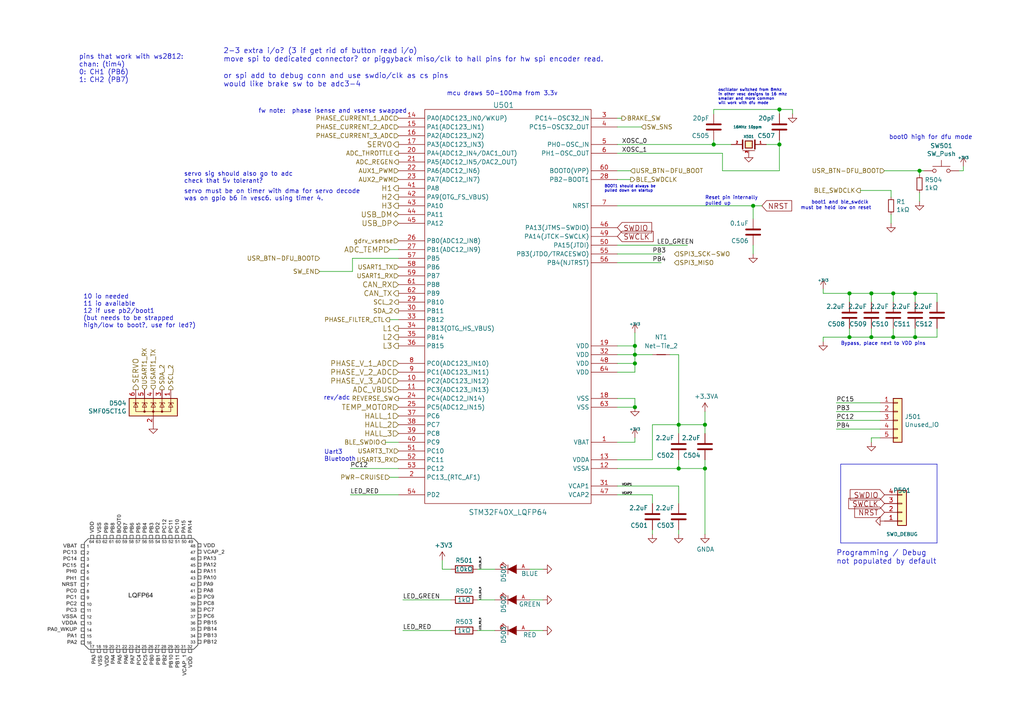
<source format=kicad_sch>
(kicad_sch (version 20210621) (generator eeschema)
  (paper "A4")
  (title_block (title "Moxie-Drive 24, VESC compatable motor controller") (date "2020-07-01") (rev "1.0") (company "Marshall Scholz"))
  (lib_symbols
    (symbol "24_control_board-rescue:+3.3V-power-MoxiE_Control_board-rescue" (power) (pin_names (offset 0))
      (property "Value" "+3.3V-power-MoxiE_Control_board-rescue" (at 0 3.556 0))
      (symbol "+3.3V-power-MoxiE_Control_board-rescue_0_1"
        (polyline (pts (xy -0.762 1.27) (xy 0 2.54)))
        (polyline (pts (xy 0 0) (xy 0 2.54)))
        (polyline (pts (xy 0 2.54) (xy 0.762 1.27)))
      )
      (symbol "+3.3V-power-MoxiE_Control_board-rescue_1_1"
        (pin power_in line (at 0 0 90) (length 0) hide (name "+3V3") (number "1"))
      )
    )
    (symbol "24_control_board-rescue:C-Device-MoxiE_Control_board-rescue" (pin_numbers hide) (pin_names (offset 0.254))
      (property "Reference" "C" (at 0.635 2.54 0))
      (property "Value" "C-Device-MoxiE_Control_board-rescue" (at 0.635 -2.54 0))
      (symbol "C-Device-MoxiE_Control_board-rescue_0_1"
        (polyline (pts (xy -2.032 -0.762) (xy 2.032 -0.762)) (stroke (width 0.508)))
        (polyline (pts (xy -2.032 0.762) (xy 2.032 0.762)) (stroke (width 0.508)))
      )
      (symbol "C-Device-MoxiE_Control_board-rescue_1_1"
        (pin passive line (at 0 3.81 270) (length 2.794) (name "~") (number "1"))
        (pin passive line (at 0 -3.81 90) (length 2.794) (name "~") (number "2"))
      )
    )
    (symbol "24_control_board-rescue:Conn_01x04-Connector_Generic-MoxiE_Control_board-rescue" (pin_names hide)
      (property "Reference" "J" (at 0 5.08 0))
      (property "Value" "Conn_01x04-Connector_Generic-MoxiE_Control_board-rescue" (at 0 -7.62 0))
      (symbol "Conn_01x04-Connector_Generic-MoxiE_Control_board-rescue_1_1"
        (rectangle (start -1.27 -4.953) (end 0 -5.207) (stroke (width 0.1524)))
        (rectangle (start -1.27 -2.413) (end 0 -2.667) (stroke (width 0.1524)))
        (rectangle (start -1.27 0.127) (end 0 -0.127) (stroke (width 0.1524)))
        (rectangle (start -1.27 2.667) (end 0 2.413) (stroke (width 0.1524)))
        (rectangle (start -1.27 3.81) (end 1.27 -6.35) (stroke (width 0.254)) (fill (type background)))
        (pin passive line (at -5.08 2.54 0) (length 3.81) (name "Pin_1") (number "1"))
        (pin passive line (at -5.08 0 0) (length 3.81) (name "Pin_2") (number "2"))
        (pin passive line (at -5.08 -2.54 0) (length 3.81) (name "Pin_3") (number "3"))
        (pin passive line (at -5.08 -5.08 0) (length 3.81) (name "Pin_4") (number "4"))
      )
    )
    (symbol "24_control_board-rescue:GND-power-MoxiE_Control_board-rescue" (power) (pin_names (offset 0))
      (property "Value" "GND-power-MoxiE_Control_board-rescue" (at 0 -3.81 0))
      (symbol "GND-power-MoxiE_Control_board-rescue_0_1"
        (polyline (pts (xy 0 0) (xy 0 -1.27) (xy 1.27 -1.27) (xy 0 -2.54) (xy -1.27 -1.27) (xy 0 -1.27)))
      )
      (symbol "GND-power-MoxiE_Control_board-rescue_1_1"
        (pin power_in line (at 0 0 270) (length 0) hide (name "GND") (number "1"))
      )
    )
    (symbol "24_control_board-rescue:R-Device-MoxiE_Control_board-rescue" (pin_numbers hide) (pin_names (offset 0))
      (property "Reference" "R" (at 2.032 0 90))
      (property "Value" "R-Device-MoxiE_Control_board-rescue" (at 0 0 90))
      (symbol "R-Device-MoxiE_Control_board-rescue_0_1"
        (rectangle (start -1.016 -2.54) (end 1.016 2.54) (stroke (width 0.254)))
      )
      (symbol "R-Device-MoxiE_Control_board-rescue_1_1"
        (pin passive line (at 0 3.81 270) (length 1.27) (name "~") (number "1"))
        (pin passive line (at 0 -3.81 90) (length 1.27) (name "~") (number "2"))
      )
    )
    (symbol "24_control_board-rescue:pkl_LED-pkl_device" (pin_names hide)
      (property "Reference" "D" (at 0 2.54 0))
      (property "Value" "pkl_LED-pkl_device" (at 0 -2.54 0))
      (symbol "pkl_LED-pkl_device_0_1"
        (polyline (pts (xy 1.27 1.27) (xy 1.27 -1.27)))
        (polyline (pts (xy 1.651 -1.016) (xy 2.794 -2.032) (xy 2.667 -1.397)))
        (polyline (pts (xy 2.032 -0.635) (xy 3.175 -1.651) (xy 3.048 -1.016)))
        (polyline (pts (xy -1.27 1.27) (xy 1.27 0) (xy -1.27 -1.27)) (fill (type outline)))
      )
      (symbol "pkl_LED-pkl_device_1_1"
        (pin passive line (at -5.08 0 0) (length 3.81) (name "A") (number "A"))
        (pin passive line (at 5.08 0 180) (length 3.81) (name "C") (number "C"))
      )
    )
    (symbol "Connector_Generic:Conn_01x05" (pin_names hide)
      (property "Reference" "J" (at 0 7.62 0))
      (property "Value" "Conn_01x05" (at 0 -7.62 0))
      (symbol "Conn_01x05_1_1"
        (rectangle (start -1.27 -4.953) (end 0 -5.207) (stroke (width 0.1524)))
        (rectangle (start -1.27 -2.413) (end 0 -2.667) (stroke (width 0.1524)))
        (rectangle (start -1.27 0.127) (end 0 -0.127) (stroke (width 0.1524)))
        (rectangle (start -1.27 2.667) (end 0 2.413) (stroke (width 0.1524)))
        (rectangle (start -1.27 5.207) (end 0 4.953) (stroke (width 0.1524)))
        (rectangle (start -1.27 6.35) (end 1.27 -6.35) (stroke (width 0.254)) (fill (type background)))
        (pin passive line (at -5.08 5.08 0) (length 3.81) (name "Pin_1") (number "1"))
        (pin passive line (at -5.08 2.54 0) (length 3.81) (name "Pin_2") (number "2"))
        (pin passive line (at -5.08 0 0) (length 3.81) (name "Pin_3") (number "3"))
        (pin passive line (at -5.08 -2.54 0) (length 3.81) (name "Pin_4") (number "4"))
        (pin passive line (at -5.08 -5.08 0) (length 3.81) (name "Pin_5") (number "5"))
      )
    )
    (symbol "Device:C" (pin_numbers hide) (pin_names (offset 0.254))
      (property "Reference" "C" (at 0.635 2.54 0))
      (property "Value" "C" (at 0.635 -2.54 0))
      (symbol "C_0_1"
        (polyline (pts (xy -2.032 -0.762) (xy 2.032 -0.762)) (stroke (width 0.508)))
        (polyline (pts (xy -2.032 0.762) (xy 2.032 0.762)) (stroke (width 0.508)))
      )
      (symbol "C_1_1"
        (pin passive line (at 0 3.81 270) (length 2.794) (name "~") (number "1"))
        (pin passive line (at 0 -3.81 90) (length 2.794) (name "~") (number "2"))
      )
    )
    (symbol "Device:Net-Tie_2" (pin_numbers hide) (pin_names (offset 0) hide)
      (property "Reference" "NT" (at 0 1.27 0))
      (property "Value" "Net-Tie_2" (at 0 -1.27 0))
      (symbol "Net-Tie_2_0_1"
        (polyline (pts (xy -1.27 0) (xy 1.27 0)) (stroke (width 0.254)))
      )
      (symbol "Net-Tie_2_1_1"
        (pin passive line (at -2.54 0 0) (length 2.54) (name "1") (number "1"))
        (pin passive line (at 2.54 0 180) (length 2.54) (name "2") (number "2"))
      )
    )
    (symbol "Device:R_Small" (pin_numbers hide) (pin_names (offset 0.254) hide)
      (property "Reference" "R" (at 0.762 0.508 0))
      (property "Value" "R_Small" (at 0.762 -1.016 0))
      (symbol "R_Small_0_1"
        (rectangle (start -0.762 1.778) (end 0.762 -1.778) (stroke (width 0.2032)))
      )
      (symbol "R_Small_1_1"
        (pin passive line (at 0 2.54 270) (length 0.762) (name "~") (number "1"))
        (pin passive line (at 0 -2.54 90) (length 0.762) (name "~") (number "2"))
      )
    )
    (symbol "MoxiE_drive_symbol_lib:CRYSTAL_SMD" (pin_names hide)
      (property "Reference" "X" (at 0 2.286 0))
      (property "Value" "CRYSTAL_SMD" (at 0.762 -2.794 0))
      (symbol "CRYSTAL_SMD_0_1"
        (polyline (pts (xy -1.778 -1.778) (xy 1.778 -1.778)))
        (polyline (pts (xy -1.778 1.27) (xy -1.778 -1.27)) (stroke (width 0.4064)))
        (polyline (pts (xy 1.778 1.27) (xy 1.778 -1.27)) (stroke (width 0.4064)))
        (polyline (pts (xy -1.016 1.016) (xy 1.016 1.016) (xy 1.016 -1.016) (xy -1.016 -1.016) (xy -1.016 1.016)) (stroke (width 0.3048)) (fill (type background)))
      )
      (symbol "CRYSTAL_SMD_1_1"
        (pin passive line (at -5.08 0 0) (length 3.302) (name "1") (number "1"))
        (pin passive line (at 5.08 0 180) (length 3.302) (name "2") (number "2"))
        (pin passive line (at 0 -2.54 90) (length 0.762) (name "case") (number "3"))
      )
    )
    (symbol "MoxiE_drive_symbol_lib:STM32F40X_LQFP64"
      (property "Reference" "U" (at -1.27 58.42 0))
      (property "Value" "STM32F40X_LQFP64" (at 0 -59.69 0))
      (symbol "STM32F40X_LQFP64_0_1"
        (rectangle (start -24.13 57.15) (end 24.13 -57.15))
      )
      (symbol "STM32F40X_LQFP64_1_1"
        (pin power_in line (at 31.75 -39.37 180) (length 7.62) (name "VBAT") (number "1"))
        (pin bidirectional line (at -31.75 -21.59 0) (length 7.62) (name "PC2(ADC123_IN12)") (number "10"))
        (pin bidirectional line (at -31.75 -24.13 0) (length 7.62) (name "PC3(ADC123_IN13)") (number "11"))
        (pin power_in line (at 31.75 -46.99 180) (length 7.62) (name "VSSA") (number "12"))
        (pin power_in line (at 31.75 -44.45 180) (length 7.62) (name "VDDA") (number "13"))
        (pin bidirectional line (at -31.75 54.61 0) (length 7.62) (name "PA0(ADC123_IN0/WKUP)") (number "14"))
        (pin bidirectional line (at -31.75 52.07 0) (length 7.62) (name "PA1(ADC123_IN1)") (number "15"))
        (pin bidirectional line (at -31.75 49.53 0) (length 7.62) (name "PA2(ADC123_IN2)") (number "16"))
        (pin bidirectional line (at -31.75 46.99 0) (length 7.62) (name "PA3(ADC123_IN3)") (number "17"))
        (pin power_in line (at 31.75 -26.67 180) (length 7.62) (name "VSS") (number "18"))
        (pin power_in line (at 31.75 -11.43 180) (length 7.62) (name "VDD") (number "19"))
        (pin bidirectional line (at -31.75 -49.53 0) (length 7.62) (name "PC13_(RTC_AF1)") (number "2"))
        (pin bidirectional line (at -31.75 44.45 0) (length 7.62) (name "PA4(ADC12_IN4/DAC1_OUT)") (number "20"))
        (pin bidirectional line (at -31.75 41.91 0) (length 7.62) (name "PA5(ADC12_IN5/DAC2_OUT)") (number "21"))
        (pin bidirectional line (at -31.75 39.37 0) (length 7.62) (name "PA6(ADC12_IN6)") (number "22"))
        (pin bidirectional line (at -31.75 36.83 0) (length 7.62) (name "PA7(ADC12_IN7)") (number "23"))
        (pin bidirectional line (at -31.75 -26.67 0) (length 7.62) (name "PC4(ADC12_IN14)") (number "24"))
        (pin bidirectional line (at -31.75 -29.21 0) (length 7.62) (name "PC5(ADC12_IN15)") (number "25"))
        (pin bidirectional line (at -31.75 19.05 0) (length 7.62) (name "PB0(ADC12_IN8)") (number "26"))
        (pin bidirectional line (at -31.75 16.51 0) (length 7.62) (name "PB1(ADC12_IN9)") (number "27"))
        (pin bidirectional line (at 31.75 36.83 180) (length 7.62) (name "PB2-BOOT1") (number "28"))
        (pin bidirectional line (at -31.75 1.27 0) (length 7.62) (name "PB10") (number "29"))
        (pin bidirectional line (at 31.75 54.61 180) (length 7.62) (name "PC14-OSC32_IN") (number "3"))
        (pin bidirectional line (at -31.75 -1.27 0) (length 7.62) (name "PB11") (number "30"))
        (pin power_out line (at 31.75 -52.07 180) (length 7.62) (name "VCAP1") (number "31"))
        (pin power_in line (at 31.75 -13.97 180) (length 7.62) (name "VDD") (number "32"))
        (pin bidirectional line (at -31.75 -3.81 0) (length 7.62) (name "PB12") (number "33"))
        (pin bidirectional line (at -31.75 -6.35 0) (length 7.62) (name "PB13(OTG_HS_VBUS)") (number "34"))
        (pin bidirectional line (at -31.75 -8.89 0) (length 7.62) (name "PB14") (number "35"))
        (pin bidirectional line (at -31.75 -11.43 0) (length 7.62) (name "PB15") (number "36"))
        (pin bidirectional line (at -31.75 -31.75 0) (length 7.62) (name "PC6") (number "37"))
        (pin bidirectional line (at -31.75 -34.29 0) (length 7.62) (name "PC7") (number "38"))
        (pin bidirectional line (at -31.75 -36.83 0) (length 7.62) (name "PC8") (number "39"))
        (pin power_in line (at 31.75 52.07 180) (length 7.62) (name "PC15-OSC32_OUT") (number "4"))
        (pin bidirectional line (at -31.75 -39.37 0) (length 7.62) (name "PC9") (number "40"))
        (pin bidirectional line (at -31.75 34.29 0) (length 7.62) (name "PA8") (number "41"))
        (pin bidirectional line (at -31.75 31.75 0) (length 7.62) (name "PA9(OTG_FS_VBUS)") (number "42"))
        (pin bidirectional line (at -31.75 29.21 0) (length 7.62) (name "PA10") (number "43"))
        (pin bidirectional line (at -31.75 26.67 0) (length 7.62) (name "PA11") (number "44"))
        (pin bidirectional line (at -31.75 24.13 0) (length 7.62) (name "PA12") (number "45"))
        (pin bidirectional line (at 31.75 22.86 180) (length 7.62) (name "PA13(JTMS-SWDIO)") (number "46"))
        (pin power_out line (at 31.75 -54.61 180) (length 7.62) (name "VCAP2") (number "47"))
        (pin power_in line (at 31.75 -16.51 180) (length 7.62) (name "VDD") (number "48"))
        (pin bidirectional line (at 31.75 20.32 180) (length 7.62) (name "PA14(JTCK-SWCLK)") (number "49"))
        (pin bidirectional line (at 31.75 46.99 180) (length 7.62) (name "PH0-OSC_IN") (number "5"))
        (pin bidirectional line (at 31.75 17.78 180) (length 7.62) (name "PA15(JTDI)") (number "50"))
        (pin bidirectional line (at -31.75 -41.91 0) (length 7.62) (name "PC10") (number "51"))
        (pin bidirectional line (at -31.75 -44.45 0) (length 7.62) (name "PC11") (number "52"))
        (pin bidirectional line (at -31.75 -46.99 0) (length 7.62) (name "PC12") (number "53"))
        (pin bidirectional line (at -31.75 -54.61 0) (length 7.62) (name "PD2") (number "54"))
        (pin bidirectional line (at 31.75 15.24 180) (length 7.62) (name "PB3(JTDO/TRACESWO)") (number "55"))
        (pin bidirectional line (at 31.75 12.7 180) (length 7.62) (name "PB4(NJTRST)") (number "56"))
        (pin bidirectional line (at -31.75 13.97 0) (length 7.62) (name "PB5") (number "57"))
        (pin bidirectional line (at -31.75 11.43 0) (length 7.62) (name "PB6") (number "58"))
        (pin bidirectional line (at -31.75 8.89 0) (length 7.62) (name "PB7") (number "59"))
        (pin bidirectional line (at 31.75 44.45 180) (length 7.62) (name "PH1-OSC_OUT") (number "6"))
        (pin input line (at 31.75 39.37 180) (length 7.62) (name "BOOT0(VPP)") (number "60"))
        (pin bidirectional line (at -31.75 6.35 0) (length 7.62) (name "PB8") (number "61"))
        (pin bidirectional line (at -31.75 3.81 0) (length 7.62) (name "PB9") (number "62"))
        (pin power_in line (at 31.75 -29.21 180) (length 7.62) (name "VSS") (number "63"))
        (pin power_in line (at 31.75 -19.05 180) (length 7.62) (name "VDD") (number "64"))
        (pin bidirectional line (at 31.75 29.21 180) (length 7.62) (name "NRST") (number "7"))
        (pin bidirectional line (at -31.75 -16.51 0) (length 7.62) (name "PC0(ADC123_IN10)") (number "8"))
        (pin bidirectional line (at -31.75 -19.05 0) (length 7.62) (name "PC1(ADC123_IN11)") (number "9"))
      )
    )
    (symbol "Power_Protection:SP0505BAHT" (pin_names hide)
      (property "Reference" "D" (at 7.62 2.54 0))
      (property "Value" "SP0505BAHT" (at 7.62 0.635 0))
      (symbol "SP0505BAHT_0_0"
        (pin passive line (at 0 -5.08 90) (length 2.54) (name "A") (number "2"))
      )
      (symbol "SP0505BAHT_0_1"
        (circle (center -2.54 -1.27) (radius 0.254) (fill (type outline)))
        (circle (center 0 -1.27) (radius 0.254) (fill (type outline)))
        (circle (center 2.54 -1.27) (radius 0.254) (fill (type outline)))
        (rectangle (start -6.985 2.54) (end 6.985 -2.54) (stroke (width 0.254)) (fill (type background)))
        (polyline (pts (xy -5.08 2.54) (xy -5.08 1.27)))
        (polyline (pts (xy -2.54 2.54) (xy -2.54 1.27)))
        (polyline (pts (xy 0 -1.27) (xy 0 -2.54)))
        (polyline (pts (xy 0 -1.27) (xy 0 1.27)))
        (polyline (pts (xy 0 2.54) (xy 0 1.27)))
        (polyline (pts (xy 0.635 1.27) (xy 0.762 1.27)))
        (polyline (pts (xy 2.54 2.54) (xy 2.54 1.27)))
        (polyline (pts (xy 5.08 2.54) (xy 5.08 1.27)))
        (polyline (pts (xy -5.08 1.27) (xy -5.08 -1.27) (xy -2.54 -1.27)))
        (polyline (pts (xy 0.635 1.27) (xy -0.762 1.27) (xy -0.762 1.016)))
        (polyline (pts (xy 5.08 1.27) (xy 5.08 -1.27) (xy 2.54 -1.27)))
        (polyline (pts (xy -5.842 1.016) (xy -5.842 1.27) (xy -4.445 1.27) (xy -4.318 1.27)))
        (polyline (pts (xy -5.08 1.27) (xy -4.445 0) (xy -5.715 0) (xy -5.08 1.27)))
        (polyline (pts (xy -3.302 1.016) (xy -3.302 1.27) (xy -1.905 1.27) (xy -1.778 1.27)))
        (polyline (pts (xy -2.54 1.27) (xy -2.54 -1.27) (xy 2.54 -1.27) (xy 2.54 1.27)))
        (polyline (pts (xy -2.54 1.27) (xy -1.905 0) (xy -3.175 0) (xy -2.54 1.27)))
        (polyline (pts (xy 0.635 0) (xy -0.635 0) (xy 0 1.27) (xy 0.635 0)))
        (polyline (pts (xy 1.778 1.016) (xy 1.778 1.27) (xy 3.175 1.27) (xy 3.302 1.27)))
        (polyline (pts (xy 2.54 1.27) (xy 1.905 0) (xy 3.175 0) (xy 2.54 1.27)))
        (polyline (pts (xy 4.318 1.016) (xy 4.318 1.27) (xy 5.715 1.27) (xy 5.842 1.27)))
        (polyline (pts (xy 5.08 1.27) (xy 4.445 0) (xy 5.715 0) (xy 5.08 1.27)))
      )
      (symbol "SP0505BAHT_1_1"
        (pin passive line (at -5.08 5.08 270) (length 2.54) (name "K") (number "1"))
        (pin passive line (at -2.54 5.08 270) (length 2.54) (name "K") (number "3"))
        (pin passive line (at 0 5.08 270) (length 2.54) (name "K") (number "4"))
        (pin passive line (at 2.54 5.08 270) (length 2.54) (name "K") (number "5"))
        (pin passive line (at 5.08 5.08 270) (length 2.54) (name "K") (number "6"))
      )
    )
    (symbol "Switch:SW_Push" (pin_numbers hide) (pin_names hide)
      (property "Reference" "SW" (at 1.27 2.54 0))
      (property "Value" "SW_Push" (at 0 -1.524 0))
      (symbol "SW_Push_0_1"
        (circle (center -2.032 0) (radius 0.508))
        (circle (center 2.032 0) (radius 0.508))
        (polyline (pts (xy 0 1.27) (xy 0 3.048)))
        (polyline (pts (xy 2.54 1.27) (xy -2.54 1.27)))
        (pin passive line (at -5.08 0 0) (length 2.54) (name "1") (number "1"))
        (pin passive line (at 5.08 0 180) (length 2.54) (name "2") (number "2"))
      )
    )
    (symbol "power:+3.3VA" (power) (pin_names (offset 0))
      (property "Value" "+3.3VA" (at 0 3.556 0))
      (symbol "+3.3VA_0_1"
        (polyline (pts (xy -0.762 1.27) (xy 0 2.54)))
        (polyline (pts (xy 0 0) (xy 0 2.54)))
        (polyline (pts (xy 0 2.54) (xy 0.762 1.27)))
      )
      (symbol "+3.3VA_1_1"
        (pin power_in line (at 0 0 90) (length 0) hide (name "+3.3VA") (number "1"))
      )
    )
    (symbol "power:GNDA" (power) (pin_names (offset 0))
      (property "Value" "GNDA" (at 0 -3.81 0))
      (symbol "GNDA_0_1"
        (polyline (pts (xy 0 0) (xy 0 -1.27) (xy 1.27 -1.27) (xy 0 -2.54) (xy -1.27 -1.27) (xy 0 -1.27)))
      )
      (symbol "GNDA_1_1"
        (pin power_in line (at 0 0 270) (length 0) hide (name "GNDA") (number "1"))
      )
    )
  )
  (junction (at 184.15 100.33) (diameter 1.016))
  (junction (at 184.15 102.87) (diameter 1.016))
  (junction (at 184.15 105.41) (diameter 1.016))
  (junction (at 184.15 118.11) (diameter 1.016))
  (junction (at 196.85 123.19) (diameter 1.016))
  (junction (at 196.85 135.89) (diameter 1.016))
  (junction (at 204.47 123.19) (diameter 1.016))
  (junction (at 204.47 135.89) (diameter 1.016))
  (junction (at 207.01 41.91) (diameter 1.016))
  (junction (at 218.44 59.69) (diameter 1.016))
  (junction (at 226.06 31.75) (diameter 1.016))
  (junction (at 226.06 41.91) (diameter 1.016))
  (junction (at 246.38 85.09) (diameter 1.016))
  (junction (at 246.38 97.79) (diameter 1.016))
  (junction (at 252.73 85.09) (diameter 1.016))
  (junction (at 252.73 97.79) (diameter 1.016))
  (junction (at 259.08 85.09) (diameter 1.016))
  (junction (at 259.08 97.79) (diameter 1.016))
  (junction (at 265.43 85.09) (diameter 1.016))
  (junction (at 265.43 97.79) (diameter 1.016))
  (junction (at 266.7 49.53) (diameter 1.016))
  (wire (pts (xy 101.6 135.89) (xy 115.57 135.89)))
  (wire (pts (xy 102.235 74.93) (xy 102.235 78.74)))
  (wire (pts (xy 102.235 78.74) (xy 92.71 78.74)))
  (wire (pts (xy 111.76 128.27) (xy 115.57 128.27)))
  (wire (pts (xy 113.03 72.39) (xy 115.57 72.39)))
  (wire (pts (xy 113.03 92.71) (xy 115.57 92.71)))
  (wire (pts (xy 113.03 138.43) (xy 115.57 138.43)))
  (wire (pts (xy 115.57 74.93) (xy 102.235 74.93)))
  (wire (pts (xy 115.57 143.51) (xy 101.6 143.51)))
  (wire (pts (xy 116.84 173.99) (xy 130.81 173.99)))
  (wire (pts (xy 128.27 165.1) (xy 128.27 162.56)))
  (wire (pts (xy 130.81 165.1) (xy 128.27 165.1)))
  (wire (pts (xy 130.81 182.88) (xy 116.84 182.88)))
  (wire (pts (xy 138.43 165.1) (xy 143.51 165.1)))
  (wire (pts (xy 143.51 173.99) (xy 138.43 173.99)))
  (wire (pts (xy 143.51 182.88) (xy 138.43 182.88)))
  (wire (pts (xy 153.67 165.1) (xy 157.48 165.1)))
  (wire (pts (xy 157.48 173.99) (xy 153.67 173.99)))
  (wire (pts (xy 157.48 182.88) (xy 153.67 182.88)))
  (wire (pts (xy 179.07 36.83) (xy 186.055 36.83)))
  (wire (pts (xy 179.07 41.91) (xy 207.01 41.91)))
  (wire (pts (xy 179.07 44.45) (xy 209.55 44.45)))
  (wire (pts (xy 179.07 49.53) (xy 182.88 49.53)))
  (wire (pts (xy 179.07 52.07) (xy 182.88 52.07)))
  (wire (pts (xy 179.07 59.69) (xy 218.44 59.69)))
  (wire (pts (xy 179.07 73.66) (xy 191.77 73.66)))
  (wire (pts (xy 179.07 76.2) (xy 191.77 76.2)))
  (wire (pts (xy 179.07 100.33) (xy 184.15 100.33)))
  (wire (pts (xy 179.07 115.57) (xy 184.15 115.57)))
  (wire (pts (xy 179.07 118.11) (xy 184.15 118.11)))
  (wire (pts (xy 179.07 128.27) (xy 184.15 128.27)))
  (wire (pts (xy 179.07 135.89) (xy 196.85 135.89)))
  (wire (pts (xy 179.07 140.97) (xy 196.85 140.97)))
  (wire (pts (xy 179.07 143.51) (xy 189.23 143.51)))
  (wire (pts (xy 180.34 34.29) (xy 179.07 34.29)))
  (wire (pts (xy 184.15 96.52) (xy 184.15 100.33)))
  (wire (pts (xy 184.15 100.33) (xy 184.15 102.87)))
  (wire (pts (xy 184.15 102.87) (xy 179.07 102.87)))
  (wire (pts (xy 184.15 102.87) (xy 184.15 105.41)))
  (wire (pts (xy 184.15 102.87) (xy 189.23 102.87)))
  (wire (pts (xy 184.15 105.41) (xy 179.07 105.41)))
  (wire (pts (xy 184.15 105.41) (xy 184.15 107.95)))
  (wire (pts (xy 184.15 107.95) (xy 179.07 107.95)))
  (wire (pts (xy 184.15 115.57) (xy 184.15 118.11)))
  (wire (pts (xy 184.15 128.27) (xy 184.15 127)))
  (wire (pts (xy 189.23 123.19) (xy 189.23 133.35)))
  (wire (pts (xy 189.23 123.19) (xy 196.85 123.19)))
  (wire (pts (xy 189.23 133.35) (xy 179.07 133.35)))
  (wire (pts (xy 189.23 143.51) (xy 189.23 146.05)))
  (wire (pts (xy 189.23 153.67) (xy 189.23 154.94)))
  (wire (pts (xy 194.31 102.87) (xy 196.85 102.87)))
  (wire (pts (xy 196.85 102.87) (xy 196.85 123.19)))
  (wire (pts (xy 196.85 123.19) (xy 204.47 123.19)))
  (wire (pts (xy 196.85 125.73) (xy 196.85 123.19)))
  (wire (pts (xy 196.85 133.35) (xy 196.85 135.89)))
  (wire (pts (xy 196.85 135.89) (xy 204.47 135.89)))
  (wire (pts (xy 196.85 140.97) (xy 196.85 146.05)))
  (wire (pts (xy 196.85 153.67) (xy 196.85 154.94)))
  (wire (pts (xy 199.39 71.12) (xy 179.07 71.12)))
  (wire (pts (xy 204.47 119.38) (xy 204.47 123.19)))
  (wire (pts (xy 204.47 123.19) (xy 204.47 125.73)))
  (wire (pts (xy 204.47 133.35) (xy 204.47 135.89)))
  (wire (pts (xy 204.47 135.89) (xy 204.47 154.94)))
  (wire (pts (xy 207.01 31.75) (xy 226.06 31.75)))
  (wire (pts (xy 207.01 33.02) (xy 207.01 31.75)))
  (wire (pts (xy 207.01 40.64) (xy 207.01 41.91)))
  (wire (pts (xy 207.01 41.91) (xy 212.09 41.91)))
  (wire (pts (xy 209.55 49.53) (xy 209.55 44.45)))
  (wire (pts (xy 218.44 59.69) (xy 220.98 59.69)))
  (wire (pts (xy 218.44 63.5) (xy 218.44 59.69)))
  (wire (pts (xy 218.44 73.66) (xy 218.44 71.12)))
  (wire (pts (xy 222.25 41.91) (xy 226.06 41.91)))
  (wire (pts (xy 226.06 31.75) (xy 226.06 33.02)))
  (wire (pts (xy 226.06 31.75) (xy 229.87 31.75)))
  (wire (pts (xy 226.06 40.64) (xy 226.06 41.91)))
  (wire (pts (xy 226.06 41.91) (xy 226.06 49.53)))
  (wire (pts (xy 226.06 49.53) (xy 209.55 49.53)))
  (wire (pts (xy 229.87 31.75) (xy 229.87 33.02)))
  (wire (pts (xy 238.76 83.82) (xy 238.76 85.09)))
  (wire (pts (xy 238.76 85.09) (xy 246.38 85.09)))
  (wire (pts (xy 238.76 97.79) (xy 246.38 97.79)))
  (wire (pts (xy 238.76 99.06) (xy 238.76 97.79)))
  (wire (pts (xy 242.57 116.84) (xy 255.27 116.84)))
  (wire (pts (xy 242.57 119.38) (xy 255.27 119.38)))
  (wire (pts (xy 242.57 121.92) (xy 255.27 121.92)))
  (wire (pts (xy 242.57 124.46) (xy 255.27 124.46)))
  (wire (pts (xy 246.38 85.09) (xy 246.38 87.63)))
  (wire (pts (xy 246.38 85.09) (xy 252.73 85.09)))
  (wire (pts (xy 246.38 95.25) (xy 246.38 97.79)))
  (wire (pts (xy 246.38 97.79) (xy 252.73 97.79)))
  (wire (pts (xy 249.555 55.245) (xy 258.445 55.245)))
  (wire (pts (xy 252.73 85.09) (xy 252.73 87.63)))
  (wire (pts (xy 252.73 85.09) (xy 259.08 85.09)))
  (wire (pts (xy 252.73 97.79) (xy 252.73 95.25)))
  (wire (pts (xy 252.73 97.79) (xy 259.08 97.79)))
  (wire (pts (xy 252.73 127) (xy 252.73 128.27)))
  (wire (pts (xy 255.27 127) (xy 252.73 127)))
  (wire (pts (xy 256.54 49.53) (xy 266.7 49.53)))
  (wire (pts (xy 258.445 57.15) (xy 258.445 55.245)))
  (wire (pts (xy 258.445 62.23) (xy 258.445 64.77)))
  (wire (pts (xy 259.08 85.09) (xy 259.08 87.63)))
  (wire (pts (xy 259.08 85.09) (xy 265.43 85.09)))
  (wire (pts (xy 259.08 97.79) (xy 259.08 95.25)))
  (wire (pts (xy 259.08 97.79) (xy 265.43 97.79)))
  (wire (pts (xy 265.43 85.09) (xy 265.43 87.63)))
  (wire (pts (xy 265.43 85.09) (xy 271.78 85.09)))
  (wire (pts (xy 265.43 97.79) (xy 265.43 95.25)))
  (wire (pts (xy 265.43 97.79) (xy 271.78 97.79)))
  (wire (pts (xy 266.7 49.53) (xy 266.7 50.8)))
  (wire (pts (xy 266.7 55.88) (xy 266.7 58.42)))
  (wire (pts (xy 267.97 49.53) (xy 266.7 49.53)))
  (wire (pts (xy 271.78 85.09) (xy 271.78 87.63)))
  (wire (pts (xy 271.78 97.79) (xy 271.78 95.25)))
  (wire (pts (xy 278.13 49.53) (xy 279.4 49.53)))
  (wire (pts (xy 279.4 49.53) (xy 279.4 48.26)))
  (polyline (pts (xy 243.84 134.62) (xy 243.84 157.48)) (stroke (width 0) (type solid)))
  (polyline (pts (xy 243.84 157.48) (xy 271.78 157.48)) (stroke (width 0) (type solid)))
  (polyline (pts (xy 271.78 134.62) (xy 243.84 134.62)) (stroke (width 0) (type solid)))
  (polyline (pts (xy 271.78 157.48) (xy 271.78 134.62)) (stroke (width 0) (type solid)))
  (image (at 39.37 172.72))
  (text "pins that work with ws2812:\nchan: (tim4)\n0: CH1 (PB6) \n1: CH2 (PB7)" (at 22.86 24.13 0) (effects (font (size 1.397 1.397)) (justify left bottom)))
  (text "10 io needed\n11 io available\n12 if use pb2/boot1 \n(but needs to be strapped \nhigh/low to boot?, use for led?)" (at 24.13 95.25 0) (effects (font (size 1.2954 1.2954)) (justify left bottom)))
  (text "servo sig should also go to adc\ncheck that 5v tolerant?" (at 53.34 53.34 0) (effects (font (size 1.27 1.27)) (justify left bottom)))
  (text "servo must be on timer with dma for servo decode\nwas on gpio b6 in vesc6. using timer 4." (at 53.34 58.42 0) (effects (font (size 1.2954 1.2954)) (justify left bottom)))
  (text "2-3 extra i/o? (3 if get rid of button read i/o)\nmove spi to dedicated connector? or piggyback miso/clk to hall pins for hw spi encoder read.\n\nor spi add to debug conn and use swdio/clk as cs pins\nwould like brake sw to be adc3-4" (at 64.77 25.4 0) (effects (font (size 1.4986 1.4986)) (justify left bottom)))
  (text "fw note:  phase isense and vsense swapped" (at 74.93 33.02 0) (effects (font (size 1.27 1.27)) (justify left bottom)))
  (text "Uart3\nBluetooth" (at 93.98 133.985 0) (effects (font (size 1.27 1.27)) (justify left bottom)))
  (text "rev/adc" (at 101.6 116.205 180) (effects (font (size 1.27 1.27)) (justify right bottom)))
  (text "mcu draws 50-100ma from 3.3v\n" (at 129.54 27.94 0) (effects (font (size 1.27 1.27)) (justify left bottom)))
  (text "BOOT1 should always be \npulled down on startup" (at 175.26 55.88 0) (effects (font (size 0.7874 0.7874)) (justify left bottom)))
  (text "Reset pin internally\npulled up" (at 204.47 59.69 0) (effects (font (size 1.016 1.016)) (justify left bottom)))
  (text "oscillator switched from 8mhz\nin other vesc designs to 16 mhz\nsmaller and more common\nwill work with dfu mode" (at 208.28 30.48 0) (effects (font (size 0.7874 0.7874)) (justify left bottom)))
  (text "Programming / Debug\nnot populated by default" (at 242.57 163.83 0) (effects (font (size 1.524 1.524)) (justify left bottom)))
  (text "Bypass, place next to VDD pins" (at 243.84 100.33 0) (effects (font (size 1.016 1.016)) (justify left bottom)))
  (text "boot1 and ble_swdclk \nmust be held low on reset" (at 252.73 60.96 180) (effects (font (size 1 1)) (justify right bottom)))
  (text "boot0 high for dfu mode" (at 257.81 40.64 0) (effects (font (size 1.27 1.27)) (justify left bottom)))
  (label "PC12" (at 101.6 135.89 0))
  (label "LED_RED" (at 101.6 143.51 0))
  (label "LED_GREEN" (at 116.84 173.99 0))
  (label "LED_RED" (at 116.84 182.88 0))
  (label "LED_BL_R" (at 139.7 165.1 90) (effects (font (size 0.508 0.508))))
  (label "LED_GN_R" (at 139.7 173.99 90) (effects (font (size 0.508 0.508))))
  (label "LED_RD_R" (at 139.7 182.88 90) (effects (font (size 0.508 0.508))))
  (label "XOSC_0" (at 180.34 41.91 0))
  (label "XOSC_1" (at 180.34 44.45 0))
  (label "VCAP1" (at 180.34 140.97 0) (effects (font (size 0.6096 0.6096))))
  (label "VCAP2" (at 180.34 143.51 0) (effects (font (size 0.6096 0.6096))))
  (label "PB3" (at 189.23 73.66 0))
  (label "PB4" (at 189.23 76.2 0))
  (label "LED_GREEN" (at 190.5 71.12 0))
  (label "PC15" (at 242.57 116.84 0))
  (label "PB3" (at 242.57 119.38 0))
  (label "PC12" (at 242.57 121.92 0))
  (label "PB4" (at 242.57 124.46 0))
  (global_label "SWDIO" (shape input) (at 179.07 66.04 0) (effects (font (size 1.524 1.524))) (property "Intersheet References" "${INTERSHEET_REFS}" (effects hide)))
  (global_label "SWCLK" (shape input) (at 179.07 68.58 0) (effects (font (size 1.524 1.524))) (property "Intersheet References" "${INTERSHEET_REFS}" (effects hide)))
  (global_label "NRST" (shape input) (at 220.98 59.69 0) (effects (font (size 1.524 1.524))) (property "Intersheet References" "${INTERSHEET_REFS}" (effects hide)))
  (global_label "SWDIO" (shape input) (at 256.54 143.51 180) (effects (font (size 1.524 1.524))) (property "Intersheet References" "${INTERSHEET_REFS}" (effects hide)))
  (global_label "SWCLK" (shape input) (at 256.54 146.05 180) (effects (font (size 1.524 1.524))) (property "Intersheet References" "${INTERSHEET_REFS}" (effects hide)))
  (global_label "NRST" (shape input) (at 256.54 148.59 180) (effects (font (size 1.524 1.524))) (property "Intersheet References" "${INTERSHEET_REFS}" (effects hide)))
  (hierarchical_label "SERVO" (shape output) (at 39.37 113.03 90) (effects (font (size 1.524 1.524))))
  (hierarchical_label "USART1_RX" (shape input) (at 41.91 113.03 90))
  (hierarchical_label "USART1_TX" (shape input) (at 44.45 113.03 90))
  (hierarchical_label "SDA_2" (shape output) (at 46.99 113.03 90))
  (hierarchical_label "SCL_2" (shape output) (at 49.53 113.03 90))
  (hierarchical_label "USR_BTN-DFU_BOOT" (shape input) (at 92.71 74.93 180))
  (hierarchical_label "SW_EN" (shape input) (at 92.71 78.74 180))
  (hierarchical_label "BLE_SWDIO" (shape output) (at 111.76 128.27 180))
  (hierarchical_label "ADC_TEMP" (shape input) (at 113.03 72.39 180) (effects (font (size 1.524 1.524))))
  (hierarchical_label "PHASE_FILTER_CTL" (shape output) (at 113.03 92.71 180))
  (hierarchical_label "PWR-CRUISE" (shape input) (at 113.03 138.43 180) (effects (font (size 1.2954 1.2954))))
  (hierarchical_label "PHASE_CURRENT_1_ADC" (shape input) (at 115.57 34.29 180))
  (hierarchical_label "PHASE_CURRENT_2_ADC" (shape input) (at 115.57 36.83 180))
  (hierarchical_label "PHASE_CURRENT_3_ADC" (shape input) (at 115.57 39.37 180))
  (hierarchical_label "SERVO" (shape output) (at 115.57 41.91 180) (effects (font (size 1.524 1.524))))
  (hierarchical_label "ADC_THROTTLE" (shape output) (at 115.57 44.45 180))
  (hierarchical_label "ADC_REGEN" (shape output) (at 115.57 46.99 180))
  (hierarchical_label "AUX1_PWM" (shape input) (at 115.57 49.53 180))
  (hierarchical_label "AUX2_PWM" (shape input) (at 115.57 52.07 180))
  (hierarchical_label "H1" (shape output) (at 115.57 54.61 180) (effects (font (size 1.524 1.524))))
  (hierarchical_label "H2" (shape output) (at 115.57 57.15 180) (effects (font (size 1.524 1.524))))
  (hierarchical_label "H3" (shape output) (at 115.57 59.69 180) (effects (font (size 1.524 1.524))))
  (hierarchical_label "USB_DM" (shape bidirectional) (at 115.57 62.23 180) (effects (font (size 1.524 1.524))))
  (hierarchical_label "USB_DP" (shape bidirectional) (at 115.57 64.77 180) (effects (font (size 1.524 1.524))))
  (hierarchical_label "gdrv_vsense" (shape input) (at 115.57 69.85 180))
  (hierarchical_label "USART1_TX" (shape input) (at 115.57 77.47 180))
  (hierarchical_label "USART1_RX" (shape input) (at 115.57 80.01 180))
  (hierarchical_label "CAN_RX" (shape input) (at 115.57 82.55 180) (effects (font (size 1.524 1.524))))
  (hierarchical_label "CAN_TX" (shape output) (at 115.57 85.09 180) (effects (font (size 1.524 1.524))))
  (hierarchical_label "SCL_2" (shape output) (at 115.57 87.63 180))
  (hierarchical_label "SDA_2" (shape output) (at 115.57 90.17 180))
  (hierarchical_label "L1" (shape output) (at 115.57 95.25 180) (effects (font (size 1.524 1.524))))
  (hierarchical_label "L2" (shape output) (at 115.57 97.79 180) (effects (font (size 1.524 1.524))))
  (hierarchical_label "L3" (shape output) (at 115.57 100.33 180) (effects (font (size 1.524 1.524))))
  (hierarchical_label "PHASE_V_1_ADC" (shape input) (at 115.57 105.41 180) (effects (font (size 1.524 1.524))))
  (hierarchical_label "PHASE_V_2_ADC" (shape input) (at 115.57 107.95 180) (effects (font (size 1.524 1.524))))
  (hierarchical_label "PHASE_V_3_ADC" (shape input) (at 115.57 110.49 180) (effects (font (size 1.524 1.524))))
  (hierarchical_label "ADC_VBUS" (shape input) (at 115.57 113.03 180) (effects (font (size 1.524 1.524))))
  (hierarchical_label "REVERSE_SW" (shape output) (at 115.57 115.57 180))
  (hierarchical_label "TEMP_MOTOR" (shape input) (at 115.57 118.11 180) (effects (font (size 1.524 1.524))))
  (hierarchical_label "HALL_1" (shape input) (at 115.57 120.65 180) (effects (font (size 1.524 1.524))))
  (hierarchical_label "HALL_2" (shape input) (at 115.57 123.19 180) (effects (font (size 1.524 1.524))))
  (hierarchical_label "HALL_3" (shape input) (at 115.57 125.73 180) (effects (font (size 1.524 1.524))))
  (hierarchical_label "USART3_TX" (shape input) (at 115.57 130.81 180))
  (hierarchical_label "USART3_RX" (shape input) (at 115.57 133.35 180))
  (hierarchical_label "BRAKE_SW" (shape output) (at 180.34 34.29 0))
  (hierarchical_label "USR_BTN-DFU_BOOT" (shape input) (at 182.88 49.53 0))
  (hierarchical_label "BLE_SWDCLK" (shape output) (at 182.88 52.07 0))
  (hierarchical_label "SW_SNS" (shape input) (at 186.055 36.83 0))
  (hierarchical_label "SPI3_SCK-SWO" (shape input) (at 195.58 73.66 0))
  (hierarchical_label "SPI3_MISO" (shape input) (at 195.58 76.2 0))
  (hierarchical_label "BLE_SWDCLK" (shape output) (at 249.555 55.245 180))
  (hierarchical_label "USR_BTN-DFU_BOOT" (shape input) (at 256.54 49.53 180))
  (symbol (lib_id "24_control_board-rescue:+3.3V-power-MoxiE_Control_board-rescue") (at 128.27 162.56 0) (unit 1)
    (property "Reference" "#PWR0501" (effects hide))
    (property "Value" "+3.3V" (at 128.651 158.1658 0))
  )
  (symbol (lib_id "24_control_board-rescue:+3.3V-power-MoxiE_Control_board-rescue") (at 184.15 96.52 0) (unit 1)
    (property "Reference" "#PWR0505" (effects hide))
    (property "Value" "+3.3V" (at 184.15 93.98 0) (effects (font (size 0.762 0.762))))
  )
  (symbol (lib_id "24_control_board-rescue:+3.3V-power-MoxiE_Control_board-rescue") (at 184.15 127 0) (unit 1)
    (property "Reference" "#PWR0507" (effects hide))
    (property "Value" "+3.3V" (at 184.15 124.46 0) (effects (font (size 0.762 0.762))))
  )
  (symbol (lib_id "power:+3.3VA") (at 204.47 119.38 0) (unit 1)
    (property "Reference" "#PWR0510" (effects hide))
    (property "Value" "+3.3VA" (at 204.851 114.9858 0))
  )
  (symbol (lib_id "24_control_board-rescue:+3.3V-power-MoxiE_Control_board-rescue") (at 238.76 83.82 0) (unit 1)
    (property "Reference" "#PWR0515" (effects hide))
    (property "Value" "+3.3V" (at 238.76 81.28 0) (effects (font (size 0.762 0.762))))
  )
  (symbol (lib_id "24_control_board-rescue:+3.3V-power-MoxiE_Control_board-rescue") (at 279.4 48.26 0) (unit 1)
    (property "Reference" "#PWR0521" (effects hide))
    (property "Value" "+3.3V" (at 279.4 45.72 0) (effects (font (size 0.762 0.762))))
  )
  (symbol (lib_id "Device:Net-Tie_2") (at 191.77 102.87 0) (unit 1)
    (property "Reference" "NT1" (at 191.77 97.79 0))
    (property "Value" "Net-Tie_2" (at 191.77 100.33 0))
    (property "Footprint" "NetTie:NetTie-2_SMD_Pad0.5mm" (effects hide))
  )
  (symbol (lib_id "24_control_board-rescue:GND-power-MoxiE_Control_board-rescue") (at 44.45 123.19 0) (unit 1)
    (property "Reference" "#PWR0121" (effects hide))
    (property "Value" "GND" (effects hide))
  )
  (symbol (lib_id "24_control_board-rescue:GND-power-MoxiE_Control_board-rescue") (at 157.48 165.1 90) (unit 1)
    (property "Reference" "#PWR0502" (effects hide))
    (property "Value" "GND" (effects hide))
  )
  (symbol (lib_id "24_control_board-rescue:GND-power-MoxiE_Control_board-rescue") (at 157.48 173.99 90) (unit 1)
    (property "Reference" "#PWR0503" (effects hide))
    (property "Value" "GND" (effects hide))
  )
  (symbol (lib_id "24_control_board-rescue:GND-power-MoxiE_Control_board-rescue") (at 157.48 182.88 90) (unit 1)
    (property "Reference" "#PWR0504" (effects hide))
    (property "Value" "GND" (effects hide))
  )
  (symbol (lib_id "24_control_board-rescue:GND-power-MoxiE_Control_board-rescue") (at 184.15 118.11 0) (unit 1)
    (property "Reference" "#PWR0506" (effects hide))
    (property "Value" "GND" (effects hide))
  )
  (symbol (lib_id "24_control_board-rescue:GND-power-MoxiE_Control_board-rescue") (at 189.23 154.94 0) (unit 1)
    (property "Reference" "#PWR0508" (effects hide))
    (property "Value" "GND" (effects hide))
  )
  (symbol (lib_id "24_control_board-rescue:GND-power-MoxiE_Control_board-rescue") (at 196.85 154.94 0) (unit 1)
    (property "Reference" "#PWR0509" (effects hide))
    (property "Value" "GND" (effects hide))
  )
  (symbol (lib_id "power:GNDA") (at 204.47 154.94 0) (unit 1)
    (property "Reference" "#PWR0511" (effects hide))
    (property "Value" "GNDA" (at 204.597 159.3342 0))
  )
  (symbol (lib_id "24_control_board-rescue:GND-power-MoxiE_Control_board-rescue") (at 217.17 44.45 0) (unit 1)
    (property "Reference" "#PWR0512" (effects hide))
    (property "Value" "GND" (effects hide))
  )
  (symbol (lib_id "24_control_board-rescue:GND-power-MoxiE_Control_board-rescue") (at 218.44 73.66 0) (unit 1)
    (property "Reference" "#PWR0513" (effects hide))
    (property "Value" "GND" (effects hide))
  )
  (symbol (lib_id "24_control_board-rescue:GND-power-MoxiE_Control_board-rescue") (at 229.87 33.02 0) (unit 1)
    (property "Reference" "#PWR0514" (effects hide))
    (property "Value" "GND" (effects hide))
  )
  (symbol (lib_id "24_control_board-rescue:GND-power-MoxiE_Control_board-rescue") (at 238.76 99.06 0) (unit 1)
    (property "Reference" "#PWR0516" (effects hide))
    (property "Value" "GND" (effects hide))
  )
  (symbol (lib_id "24_control_board-rescue:GND-power-MoxiE_Control_board-rescue") (at 252.73 128.27 0) (unit 1)
    (property "Reference" "#PWR0518" (effects hide))
    (property "Value" "GND" (effects hide))
  )
  (symbol (lib_id "24_control_board-rescue:GND-power-MoxiE_Control_board-rescue") (at 256.54 151.13 270) (unit 1)
    (property "Reference" "#PWR0519" (effects hide))
    (property "Value" "GND" (effects hide))
  )
  (symbol (lib_id "24_control_board-rescue:GND-power-MoxiE_Control_board-rescue") (at 258.445 64.77 0) (unit 1)
    (property "Reference" "#PWR0129" (effects hide))
    (property "Value" "GND" (effects hide))
  )
  (symbol (lib_id "24_control_board-rescue:GND-power-MoxiE_Control_board-rescue") (at 266.7 58.42 0) (unit 1)
    (property "Reference" "#PWR0520" (effects hide))
    (property "Value" "GND" (effects hide))
  )
  (symbol (lib_id "Device:R_Small") (at 258.445 59.69 0) (unit 1)
    (property "Reference" "R1" (at 259.9436 58.5216 0) (effects (justify left)))
    (property "Value" "1kΩ" (at 259.9436 60.833 0) (effects (justify left)))
    (property "Footprint" "pkl_dipol:R_0402" (effects hide))
  )
  (symbol (lib_id "Device:R_Small") (at 266.7 53.34 0) (unit 1)
    (property "Reference" "R504" (at 268.1986 52.1716 0) (effects (justify left)))
    (property "Value" "1kΩ" (at 268.1986 54.483 0) (effects (justify left)))
    (property "Footprint" "pkl_dipol:R_0402" (effects hide))
  )
  (symbol (lib_id "24_control_board-rescue:R-Device-MoxiE_Control_board-rescue") (at 134.62 165.1 270) (unit 1)
    (property "Reference" "R501" (at 134.62 162.56 90))
    (property "Value" "10kΩ" (at 134.62 165.1 90))
    (property "Footprint" "pkl_dipol:R_0402" (effects hide))
  )
  (symbol (lib_id "24_control_board-rescue:R-Device-MoxiE_Control_board-rescue") (at 134.62 173.99 270) (unit 1)
    (property "Reference" "R502" (at 134.62 171.45 90))
    (property "Value" "1kΩ" (at 134.62 173.99 90))
    (property "Footprint" "pkl_dipol:R_0402" (effects hide))
  )
  (symbol (lib_id "24_control_board-rescue:R-Device-MoxiE_Control_board-rescue") (at 134.62 182.88 270) (unit 1)
    (property "Reference" "R503" (at 134.62 180.34 90))
    (property "Value" "1kΩ" (at 134.62 182.88 90))
    (property "Footprint" "pkl_dipol:R_0402" (effects hide))
  )
  (symbol (lib_id "24_control_board-rescue:pkl_LED-pkl_device") (at 148.59 165.1 180) (unit 1)
    (property "Reference" "D501" (at 146.05 166.37 90))
    (property "Value" "BLUE" (at 153.67 166.37 0))
    (property "Footprint" "pkl_dipol:D_0603" (effects hide))
  )
  (symbol (lib_id "24_control_board-rescue:pkl_LED-pkl_device") (at 148.59 173.99 180) (unit 1)
    (property "Reference" "D502" (at 146.05 175.26 90))
    (property "Value" "GREEN" (at 153.67 175.26 0))
    (property "Footprint" "pkl_dipol:D_0603" (effects hide))
  )
  (symbol (lib_id "24_control_board-rescue:pkl_LED-pkl_device") (at 148.59 182.88 180) (unit 1)
    (property "Reference" "D503" (at 146.05 184.15 90))
    (property "Value" "RED" (at 153.67 184.15 0))
    (property "Footprint" "pkl_dipol:D_0603" (effects hide))
  )
  (symbol (lib_id "Device:C") (at 189.23 149.86 180) (unit 1)
    (property "Reference" "C501" (at 187.96 152.4 0) (effects (justify left)))
    (property "Value" "2.2uF" (at 187.96 147.32 0) (effects (justify left)))
    (property "Footprint" "pkl_dipol:C_0402" (effects hide))
  )
  (symbol (lib_id "Device:C") (at 196.85 129.54 180) (unit 1)
    (property "Reference" "C502" (at 195.58 132.08 0) (effects (justify left)))
    (property "Value" "2.2uF" (at 195.58 127 0) (effects (justify left)))
    (property "Footprint" "pkl_dipol:C_0402" (effects hide))
  )
  (symbol (lib_id "Device:C") (at 196.85 149.86 180) (unit 1)
    (property "Reference" "C503" (at 195.58 152.4 0) (effects (justify left)))
    (property "Value" "2.2uF" (at 195.58 147.32 0) (effects (justify left)))
    (property "Footprint" "pkl_dipol:C_0402" (effects hide))
  )
  (symbol (lib_id "Device:C") (at 204.47 129.54 180) (unit 1)
    (property "Reference" "C504" (at 203.2 132.08 0) (effects (justify left)))
    (property "Value" "2.2uF" (at 203.2 127 0) (effects (justify left)))
    (property "Footprint" "pkl_dipol:C_0402" (effects hide))
  )
  (symbol (lib_id "24_control_board-rescue:C-Device-MoxiE_Control_board-rescue") (at 207.01 36.83 180) (unit 1)
    (property "Reference" "C505" (at 205.74 39.37 0) (effects (justify left)))
    (property "Value" "20pF" (at 205.74 34.29 0) (effects (justify left)))
    (property "Footprint" "pkl_dipol:C_0402" (effects hide))
  )
  (symbol (lib_id "Device:C") (at 218.44 67.31 180) (unit 1)
    (property "Reference" "C506" (at 217.17 69.85 0) (effects (justify left)))
    (property "Value" "0.1uF" (at 217.17 64.77 0) (effects (justify left)))
    (property "Footprint" "pkl_dipol:C_0402" (effects hide))
  )
  (symbol (lib_id "24_control_board-rescue:C-Device-MoxiE_Control_board-rescue") (at 226.06 36.83 180) (unit 1)
    (property "Reference" "C507" (at 224.79 39.37 0) (effects (justify left)))
    (property "Value" "20pF" (at 224.79 34.29 0) (effects (justify left)))
    (property "Footprint" "pkl_dipol:C_0402" (effects hide))
  )
  (symbol (lib_id "Device:C") (at 246.38 91.44 180) (unit 1)
    (property "Reference" "C508" (at 245.11 93.98 0) (effects (justify left)))
    (property "Value" "2.2uF" (at 245.11 88.9 0) (effects (justify left)))
    (property "Footprint" "pkl_dipol:C_0402" (effects hide))
  )
  (symbol (lib_id "Device:C") (at 252.73 91.44 180) (unit 1)
    (property "Reference" "C509" (at 251.46 93.98 0) (effects (justify left)))
    (property "Value" "2.2uF" (at 251.46 88.9 0) (effects (justify left)))
    (property "Footprint" "pkl_dipol:C_0402" (effects hide))
  )
  (symbol (lib_id "Device:C") (at 259.08 91.44 180) (unit 1)
    (property "Reference" "C510" (at 257.81 93.98 0) (effects (justify left)))
    (property "Value" "2.2uF" (at 257.81 88.9 0) (effects (justify left)))
    (property "Footprint" "pkl_dipol:C_0402" (effects hide))
  )
  (symbol (lib_id "Device:C") (at 265.43 91.44 180) (unit 1)
    (property "Reference" "C511" (at 264.16 93.98 0) (effects (justify left)))
    (property "Value" "2.2uF" (at 264.16 88.9 0) (effects (justify left)))
    (property "Footprint" "pkl_dipol:C_0402" (effects hide))
  )
  (symbol (lib_id "Device:C") (at 271.78 91.44 180) (unit 1)
    (property "Reference" "C512" (at 270.51 93.98 0) (effects (justify left)))
    (property "Value" "2.2uF" (at 270.51 88.9 0) (effects (justify left)))
    (property "Footprint" "pkl_dipol:C_0402" (effects hide))
  )
  (symbol (lib_id "Switch:SW_Push") (at 273.05 49.53 0) (unit 1)
    (property "Reference" "SW501" (at 273.05 42.291 0))
    (property "Value" "SW_Push" (at 273.05 44.6024 0))
    (property "Footprint" "Button_Switch_SMD:SW_SPST_B3U-1000P" (effects hide))
  )
  (symbol (lib_id "MoxiE_drive_symbol_lib:CRYSTAL_SMD") (at 217.17 41.91 0) (mirror y) (unit 1)
    (property "Reference" "X501" (at 217.17 39.624 0) (effects (font (size 0.762 0.762))))
    (property "Value" "16MHz 10ppm" (at 220.98 36.83 0) (effects (font (size 0.762 0.762)) (justify left)))
    (property "Footprint" "Oscillator:Oscillator_SMD_EuroQuartz_XO32-4Pin_3.2x2.5mm" (effects hide))
    (property "mfg#" "S3216000201060" (effects hide))
  )
  (symbol (lib_id "24_control_board-rescue:Conn_01x04-Connector_Generic-MoxiE_Control_board-rescue") (at 261.62 148.59 0) (mirror x) (unit 1)
    (property "Reference" "P501" (at 261.62 142.24 0))
    (property "Value" "SWD_DEBUG" (at 261.62 154.94 0) (effects (font (size 1.016 1.016))))
    (property "Footprint" "Connector_JST:JST_SH_BM04B-SRSS-TB_1x04-1MP_P1.00mm_Vertical" (effects hide))
  )
  (symbol (lib_id "Connector_Generic:Conn_01x05") (at 260.35 121.92 0) (unit 1)
    (property "Reference" "J501" (at 262.382 120.8532 0) (effects (justify left)))
    (property "Value" "Unused_IO" (at 262.382 123.1646 0) (effects (justify left)))
    (property "Footprint" "Connector_PinSocket_2.54mm:PinSocket_1x05_P2.54mm_Vertical" (effects hide))
  )
  (symbol (lib_id "Power_Protection:SP0505BAHT") (at 44.45 118.11 0) (mirror y) (unit 1)
    (property "Reference" "D504" (at 36.703 116.9416 0) (effects (justify left)))
    (property "Value" " SMF05CT1G" (at 36.703 119.253 0) (effects (justify left)))
    (property "Footprint" "Package_TO_SOT_SMD:SOT-363_SC-70-6" (effects hide))
    (property "Datasheet" "http://www.littelfuse.com/~/media/files/littelfuse/technical%20resources/documents/data%20sheets/sp05xxba.pdf" (effects hide))
  )
  (symbol (lib_id "MoxiE_drive_symbol_lib:STM32F40X_LQFP64") (at 147.32 88.9 0) (unit 1)
    (property "Reference" "U501" (at 146.05 30.48 0) (effects (font (size 1.524 1.524))))
    (property "Value" "STM32F40X_LQFP64" (at 147.32 148.59 0) (effects (font (size 1.524 1.524))))
    (property "Footprint" "crf1:lqfp64_pad_mod" (effects hide))
    (property "Datasheet" "C:\\Users\\Marshall\\Dropbox\\brushless motor controller\\Schematic\\MoxiE_drive\\design\\datasheets\\stm32f405rg-956214.pdf" (effects hide))
  )
)
</source>
